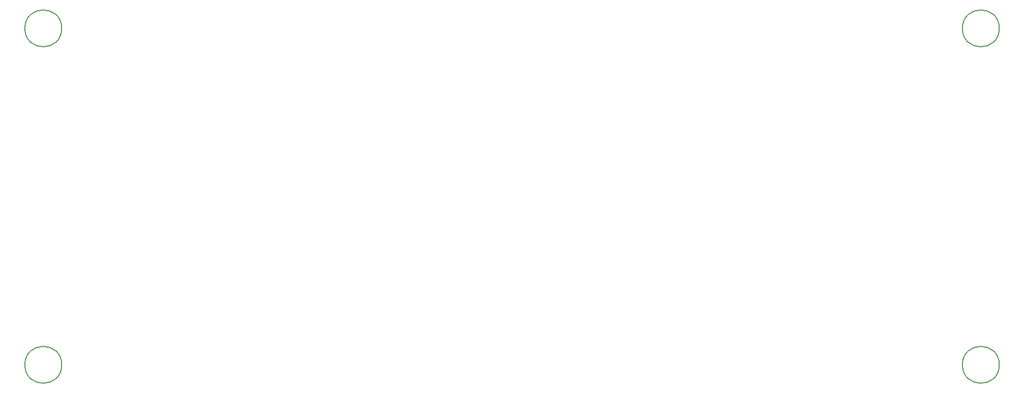
<source format=gbr>
%TF.GenerationSoftware,KiCad,Pcbnew,5.1.7*%
%TF.CreationDate,2020-11-18T18:26:48+01:00*%
%TF.ProjectId,8bitCpu,38626974-4370-4752-9e6b-696361645f70,rev?*%
%TF.SameCoordinates,Original*%
%TF.FileFunction,Other,Comment*%
%FSLAX46Y46*%
G04 Gerber Fmt 4.6, Leading zero omitted, Abs format (unit mm)*
G04 Created by KiCad (PCBNEW 5.1.7) date 2020-11-18 18:26:48*
%MOMM*%
%LPD*%
G01*
G04 APERTURE LIST*
%ADD10C,0.150000*%
G04 APERTURE END LIST*
D10*
%TO.C,REF\u002A\u002A*%
X215290000Y-38100000D02*
G75*
G03*
X215290000Y-38100000I-3200000J0D01*
G01*
X215290000Y-96520000D02*
G75*
G03*
X215290000Y-96520000I-3200000J0D01*
G01*
X52730000Y-96520000D02*
G75*
G03*
X52730000Y-96520000I-3200000J0D01*
G01*
X52730000Y-38100000D02*
G75*
G03*
X52730000Y-38100000I-3200000J0D01*
G01*
%TD*%
M02*

</source>
